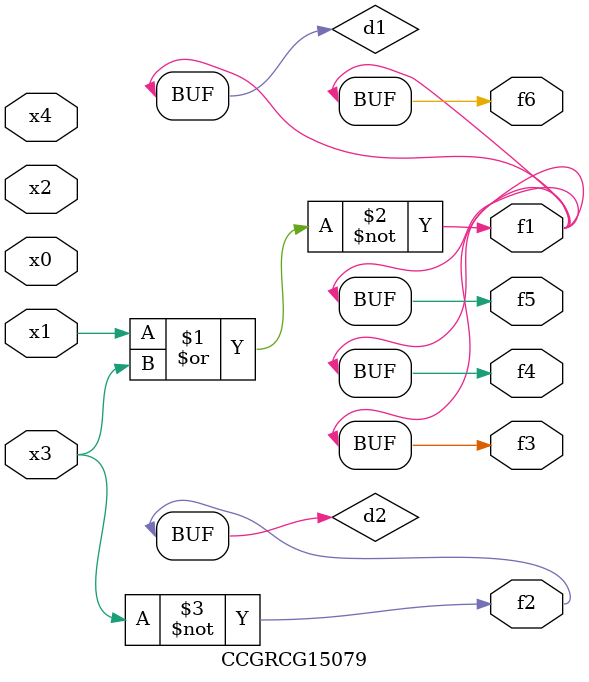
<source format=v>
module CCGRCG15079(
	input x0, x1, x2, x3, x4,
	output f1, f2, f3, f4, f5, f6
);

	wire d1, d2;

	nor (d1, x1, x3);
	not (d2, x3);
	assign f1 = d1;
	assign f2 = d2;
	assign f3 = d1;
	assign f4 = d1;
	assign f5 = d1;
	assign f6 = d1;
endmodule

</source>
